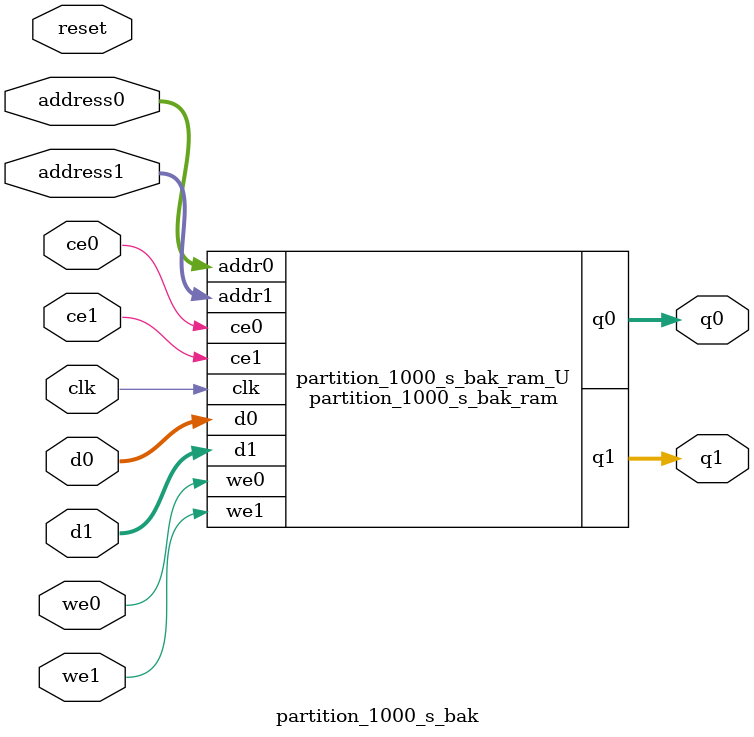
<source format=v>

`timescale 1 ns / 1 ps
module partition_1000_s_bak_ram (addr0, ce0, d0, we0, q0, addr1, ce1, d1, we1, q1,  clk);

parameter DWIDTH = 32;
parameter AWIDTH = 10;
parameter MEM_SIZE = 1000;

input[AWIDTH-1:0] addr0;
input ce0;
input[DWIDTH-1:0] d0;
input we0;
output reg[DWIDTH-1:0] q0;
input[AWIDTH-1:0] addr1;
input ce1;
input[DWIDTH-1:0] d1;
input we1;
output reg[DWIDTH-1:0] q1;
input clk;

(* ram_style = "block" *)reg [DWIDTH-1:0] ram[0:MEM_SIZE-1];




always @(posedge clk)  
begin 
    if (ce0) 
    begin
        if (we0) 
        begin 
            ram[addr0] <= d0; 
            q0 <= d0;
        end 
        else 
            q0 <= ram[addr0];
    end
end


always @(posedge clk)  
begin 
    if (ce1) 
    begin
        if (we1) 
        begin 
            ram[addr1] <= d1; 
            q1 <= d1;
        end 
        else 
            q1 <= ram[addr1];
    end
end


endmodule


`timescale 1 ns / 1 ps
module partition_1000_s_bak(
    reset,
    clk,
    address0,
    ce0,
    we0,
    d0,
    q0,
    address1,
    ce1,
    we1,
    d1,
    q1);

parameter DataWidth = 32'd32;
parameter AddressRange = 32'd1000;
parameter AddressWidth = 32'd10;
input reset;
input clk;
input[AddressWidth - 1:0] address0;
input ce0;
input we0;
input[DataWidth - 1:0] d0;
output[DataWidth - 1:0] q0;
input[AddressWidth - 1:0] address1;
input ce1;
input we1;
input[DataWidth - 1:0] d1;
output[DataWidth - 1:0] q1;



partition_1000_s_bak_ram partition_1000_s_bak_ram_U(
    .clk( clk ),
    .addr0( address0 ),
    .ce0( ce0 ),
    .we0( we0 ),
    .d0( d0 ),
    .q0( q0 ),
    .addr1( address1 ),
    .ce1( ce1 ),
    .we1( we1 ),
    .d1( d1 ),
    .q1( q1 ));

endmodule


</source>
